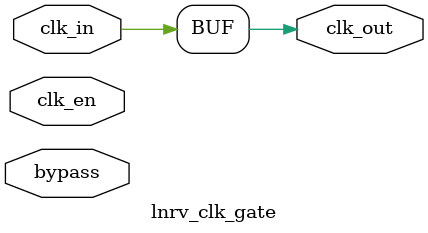
<source format=v>
module  lnrv_clk_gate
(
    input           clk_in,
    input           clk_en,
    input           bypass,

    output          clk_out
);


assign      clk_out = clk_in;

endmodule
</source>
